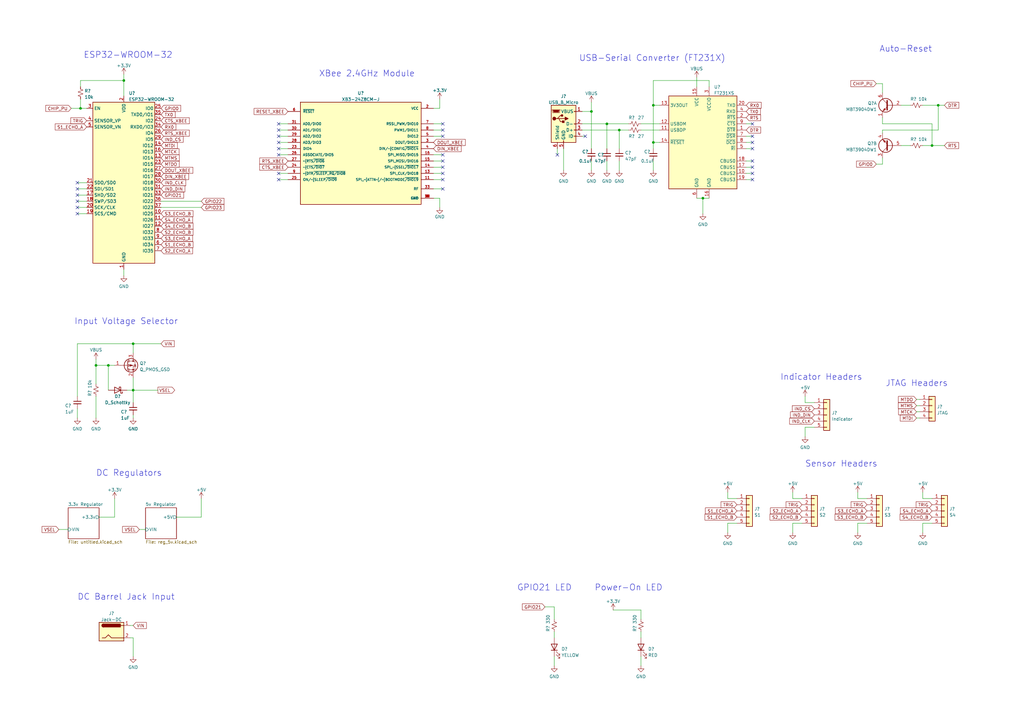
<source format=kicad_sch>
(kicad_sch (version 20211123) (generator eeschema)
  (paper "A3")
  (lib_symbols
    (symbol "Connector:Jack-DC" (pin_names (offset 1.016))
      (property "Reference" "J" (at 0 5.334 0))
      (property "Value" "Jack-DC" (at 0 -5.08 0))
      (symbol "Jack-DC_0_1"
        (rectangle (start -5.08 3.81) (end 5.08 -3.81) (stroke (width 0.254)) (fill (type background)))
        (arc (start -3.302 3.175) (mid -3.937 2.54) (end -3.302 1.905) (stroke (width 0.254)))
        (arc (start -3.302 3.175) (mid -3.937 2.54) (end -3.302 1.905) (stroke (width 0.254)) (fill (type outline)))
        (polyline (pts (xy 5.08 2.54) (xy 3.81 2.54)) (stroke (width 0.254)))
        (polyline (pts (xy -3.81 -2.54) (xy -2.54 -2.54) (xy -1.27 -1.27) (xy 0 -2.54) (xy 2.54 -2.54) (xy 5.08 -2.54)) (stroke (width 0.254)))
        (rectangle (start 3.683 3.175) (end -3.302 1.905) (stroke (width 0.254)) (fill (type outline)))
      )
      (symbol "Jack-DC_1_1"
        (pin passive line (at 7.62 2.54 180) (length 2.54) (name "~") (number "1"))
        (pin passive line (at 7.62 -2.54 180) (length 2.54) (name "~") (number "2"))
      )
    )
    (symbol "Connector:USB_B_Micro" (pin_names (offset 1.016))
      (property "Reference" "J?" (at 0 11.3198 0))
      (property "Value" "USB_B_Micro" (at 0 8.7829 0))
      (symbol "USB_B_Micro_0_1"
        (rectangle (start -5.08 -7.62) (end 5.08 7.62) (stroke (width 0.254)) (fill (type background)))
        (circle (center -3.81 2.159) (radius 0.635) (stroke (width 0.254)) (fill (type outline)))
        (circle (center -0.635 3.429) (radius 0.381) (stroke (width 0.254)) (fill (type outline)))
        (rectangle (start -0.127 -7.62) (end 0.127 -6.858))
        (polyline (pts (xy -1.905 2.159) (xy 0.635 2.159)) (stroke (width 0.254)))
        (polyline (pts (xy -3.175 2.159) (xy -2.54 2.159) (xy -1.27 3.429) (xy -0.635 3.429)) (stroke (width 0.254)))
        (polyline (pts (xy -2.54 2.159) (xy -1.905 2.159) (xy -1.27 0.889) (xy 0 0.889)) (stroke (width 0.254)))
        (polyline (pts (xy 0.635 2.794) (xy 0.635 1.524) (xy 1.905 2.159) (xy 0.635 2.794)) (stroke (width 0.254)) (fill (type outline)))
        (polyline (pts (xy -4.318 5.588) (xy -1.778 5.588) (xy -2.032 4.826) (xy -4.064 4.826) (xy -4.318 5.588)) (fill (type outline)))
        (polyline (pts (xy -4.699 5.842) (xy -4.699 5.588) (xy -4.445 4.826) (xy -4.445 4.572) (xy -1.651 4.572) (xy -1.651 4.826) (xy -1.397 5.588) (xy -1.397 5.842) (xy -4.699 5.842)))
        (rectangle (start 0.254 1.27) (end -0.508 0.508) (stroke (width 0.254)) (fill (type outline)))
        (rectangle (start 5.08 -5.207) (end 4.318 -4.953))
        (rectangle (start 5.08 -2.667) (end 4.318 -2.413))
        (rectangle (start 5.08 -0.127) (end 4.318 0.127))
        (rectangle (start 5.08 4.953) (end 4.318 5.207))
      )
      (symbol "USB_B_Micro_1_1"
        (pin power_out line (at 7.62 5.08 180) (length 2.54) (name "VBUS") (number "1"))
        (pin bidirectional line (at 7.62 0 180) (length 2.54) (name "D-") (number "2"))
        (pin bidirectional line (at 7.62 -2.54 180) (length 2.54) (name "D+") (number "3"))
        (pin passive line (at 7.62 -5.08 180) (length 2.54) (name "ID") (number "4"))
        (pin power_out line (at 0 -10.16 90) (length 2.54) (name "GND") (number "5"))
        (pin passive line (at -2.54 -10.16 90) (length 2.54) (name "Shield") (number "6"))
      )
    )
    (symbol "Connector_Generic:Conn_01x04" (pin_names (offset 1.016) hide)
      (property "Reference" "J" (at 0 5.08 0))
      (property "Value" "Conn_01x04" (at 0 -7.62 0))
      (symbol "Conn_01x04_1_1"
        (rectangle (start -1.27 -4.953) (end 0 -5.207) (stroke (width 0.1524)))
        (rectangle (start -1.27 -2.413) (end 0 -2.667) (stroke (width 0.1524)))
        (rectangle (start -1.27 0.127) (end 0 -0.127) (stroke (width 0.1524)))
        (rectangle (start -1.27 2.667) (end 0 2.413) (stroke (width 0.1524)))
        (rectangle (start -1.27 3.81) (end 1.27 -6.35) (stroke (width 0.254)) (fill (type background)))
        (pin passive line (at -5.08 2.54 0) (length 3.81) (name "Pin_1") (number "1"))
        (pin passive line (at -5.08 0 0) (length 3.81) (name "Pin_2") (number "2"))
        (pin passive line (at -5.08 -2.54 0) (length 3.81) (name "Pin_3") (number "3"))
        (pin passive line (at -5.08 -5.08 0) (length 3.81) (name "Pin_4") (number "4"))
      )
    )
    (symbol "Connector_Generic:Conn_01x05" (pin_names (offset 1.016) hide)
      (property "Reference" "J" (at 0 7.62 0))
      (property "Value" "Conn_01x05" (at 0 -7.62 0))
      (symbol "Conn_01x05_1_1"
        (rectangle (start -1.27 -4.953) (end 0 -5.207) (stroke (width 0.1524)))
        (rectangle (start -1.27 -2.413) (end 0 -2.667) (stroke (width 0.1524)))
        (rectangle (start -1.27 0.127) (end 0 -0.127) (stroke (width 0.1524)))
        (rectangle (start -1.27 2.667) (end 0 2.413) (stroke (width 0.1524)))
        (rectangle (start -1.27 5.207) (end 0 4.953) (stroke (width 0.1524)))
        (rectangle (start -1.27 6.35) (end 1.27 -6.35) (stroke (width 0.254)) (fill (type background)))
        (pin passive line (at -5.08 5.08 0) (length 3.81) (name "Pin_1") (number "1"))
        (pin passive line (at -5.08 2.54 0) (length 3.81) (name "Pin_2") (number "2"))
        (pin passive line (at -5.08 0 0) (length 3.81) (name "Pin_3") (number "3"))
        (pin passive line (at -5.08 -2.54 0) (length 3.81) (name "Pin_4") (number "4"))
        (pin passive line (at -5.08 -5.08 0) (length 3.81) (name "Pin_5") (number "5"))
      )
    )
    (symbol "Device:C_Small" (pin_numbers hide) (pin_names (offset 0.254) hide)
      (property "Reference" "C" (at 0.254 1.778 0))
      (property "Value" "C_Small" (at 0.254 -2.032 0))
      (symbol "C_Small_0_1"
        (polyline (pts (xy -1.524 -0.508) (xy 1.524 -0.508)) (stroke (width 0.3302)))
        (polyline (pts (xy -1.524 0.508) (xy 1.524 0.508)) (stroke (width 0.3048)))
      )
      (symbol "C_Small_1_1"
        (pin passive line (at 0 2.54 270) (length 2.032) (name "~") (number "1"))
        (pin passive line (at 0 -2.54 90) (length 2.032) (name "~") (number "2"))
      )
    )
    (symbol "Device:D_Schottky" (pin_numbers hide) (pin_names (offset 1.016) hide)
      (property "Reference" "D" (at 0 2.54 0))
      (property "Value" "D_Schottky" (at 0 -2.54 0))
      (symbol "D_Schottky_0_1"
        (polyline (pts (xy 1.27 0) (xy -1.27 0)))
        (polyline (pts (xy 1.27 1.27) (xy 1.27 -1.27) (xy -1.27 0) (xy 1.27 1.27)) (stroke (width 0.254)))
        (polyline (pts (xy -1.905 0.635) (xy -1.905 1.27) (xy -1.27 1.27) (xy -1.27 -1.27) (xy -0.635 -1.27) (xy -0.635 -0.635)) (stroke (width 0.254)))
      )
      (symbol "D_Schottky_1_1"
        (pin passive line (at -3.81 0 0) (length 2.54) (name "K") (number "1"))
        (pin passive line (at 3.81 0 180) (length 2.54) (name "A") (number "2"))
      )
    )
    (symbol "Device:LED" (pin_numbers hide) (pin_names (offset 1.016) hide)
      (property "Reference" "D" (at 0 2.54 0))
      (property "Value" "LED" (at 0 -2.54 0))
      (symbol "LED_0_1"
        (polyline (pts (xy -1.27 -1.27) (xy -1.27 1.27)) (stroke (width 0.254)))
        (polyline (pts (xy -1.27 0) (xy 1.27 0)))
        (polyline (pts (xy 1.27 -1.27) (xy 1.27 1.27) (xy -1.27 0) (xy 1.27 -1.27)) (stroke (width 0.254)))
        (polyline (pts (xy -3.048 -0.762) (xy -4.572 -2.286) (xy -3.81 -2.286) (xy -4.572 -2.286) (xy -4.572 -1.524)))
        (polyline (pts (xy -1.778 -0.762) (xy -3.302 -2.286) (xy -2.54 -2.286) (xy -3.302 -2.286) (xy -3.302 -1.524)))
      )
      (symbol "LED_1_1"
        (pin passive line (at -3.81 0 0) (length 2.54) (name "K") (number "1"))
        (pin passive line (at 3.81 0 180) (length 2.54) (name "A") (number "2"))
      )
    )
    (symbol "Device:Q_PMOS_GSD" (pin_names (offset 0) hide)
      (property "Reference" "Q" (at 5.08 1.27 0))
      (property "Value" "Q_PMOS_GSD" (at 5.08 -1.27 0))
      (symbol "Q_PMOS_GSD_0_1"
        (polyline (pts (xy 0.254 0) (xy -2.54 0)))
        (polyline (pts (xy 0.254 1.905) (xy 0.254 -1.905)) (stroke (width 0.254)))
        (polyline (pts (xy 0.762 -1.27) (xy 0.762 -2.286)) (stroke (width 0.254)))
        (polyline (pts (xy 0.762 0.508) (xy 0.762 -0.508)) (stroke (width 0.254)))
        (polyline (pts (xy 0.762 2.286) (xy 0.762 1.27)) (stroke (width 0.254)))
        (polyline (pts (xy 2.54 2.54) (xy 2.54 1.778)))
        (polyline (pts (xy 2.54 -2.54) (xy 2.54 0) (xy 0.762 0)))
        (polyline (pts (xy 0.762 1.778) (xy 3.302 1.778) (xy 3.302 -1.778) (xy 0.762 -1.778)))
        (polyline (pts (xy 2.286 0) (xy 1.27 0.381) (xy 1.27 -0.381) (xy 2.286 0)) (fill (type outline)))
        (polyline (pts (xy 2.794 -0.508) (xy 2.921 -0.381) (xy 3.683 -0.381) (xy 3.81 -0.254)))
        (polyline (pts (xy 3.302 -0.381) (xy 2.921 0.254) (xy 3.683 0.254) (xy 3.302 -0.381)))
        (circle (center 1.651 0) (radius 2.794) (stroke (width 0.254)))
        (circle (center 2.54 -1.778) (radius 0.254) (fill (type outline)))
        (circle (center 2.54 1.778) (radius 0.254) (fill (type outline)))
      )
      (symbol "Q_PMOS_GSD_1_1"
        (pin input line (at -5.08 0 0) (length 2.54) (name "G") (number "1"))
        (pin passive line (at 2.54 -5.08 90) (length 2.54) (name "S") (number "2"))
        (pin passive line (at 2.54 5.08 270) (length 2.54) (name "D") (number "3"))
      )
    )
    (symbol "Device:R_Small_US" (pin_numbers hide) (pin_names (offset 0.254) hide)
      (property "Reference" "R" (at 0.762 0.508 0))
      (property "Value" "R_Small_US" (at 0.762 -1.016 0))
      (symbol "R_Small_US_1_1"
        (polyline (pts (xy 0 0) (xy 1.016 -0.381) (xy 0 -0.762) (xy -1.016 -1.143) (xy 0 -1.524)))
        (polyline (pts (xy 0 1.524) (xy 1.016 1.143) (xy 0 0.762) (xy -1.016 0.381) (xy 0 0)))
        (pin passive line (at 0 2.54 270) (length 1.016) (name "~") (number "1"))
        (pin passive line (at 0 -2.54 90) (length 1.016) (name "~") (number "2"))
      )
    )
    (symbol "Interface_USB:FT231XS"
      (property "Reference" "U" (at -13.97 20.32 0))
      (property "Value" "FT231XS" (at 7.62 20.32 0))
      (symbol "FT231XS_0_1"
        (rectangle (start -13.97 19.05) (end 13.97 -19.05) (stroke (width 0.254)) (fill (type background)))
      )
      (symbol "FT231XS_1_1"
        (pin output line (at 17.78 5.08 180) (length 3.81) (name "~{DTR}") (number "1"))
        (pin bidirectional line (at 17.78 -12.7 180) (length 3.81) (name "CBUS2") (number "10"))
        (pin bidirectional line (at -17.78 5.08 0) (length 3.81) (name "USBDP") (number "11"))
        (pin bidirectional line (at -17.78 7.62 0) (length 3.81) (name "USBDM") (number "12"))
        (pin power_out line (at -17.78 15.24 0) (length 3.81) (name "3V3OUT") (number "13"))
        (pin input line (at -17.78 0 0) (length 3.81) (name "~{RESET}") (number "14"))
        (pin power_in line (at -2.54 22.86 270) (length 3.81) (name "VCC") (number "15"))
        (pin power_in line (at 2.54 -22.86 90) (length 3.81) (name "GND") (number "16"))
        (pin bidirectional line (at 17.78 -10.16 180) (length 3.81) (name "CBUS1") (number "17"))
        (pin bidirectional line (at 17.78 -7.62 180) (length 3.81) (name "CBUS0") (number "18"))
        (pin bidirectional line (at 17.78 -15.24 180) (length 3.81) (name "CBUS3") (number "19"))
        (pin output line (at 17.78 10.16 180) (length 3.81) (name "~{RTS}") (number "2"))
        (pin output line (at 17.78 15.24 180) (length 3.81) (name "TXD") (number "20"))
        (pin power_in line (at 2.54 22.86 270) (length 3.81) (name "VCCIO") (number "3"))
        (pin input line (at 17.78 12.7 180) (length 3.81) (name "RXD") (number "4"))
        (pin input line (at 17.78 -2.54 180) (length 3.81) (name "~{RI}") (number "5"))
        (pin power_in line (at -2.54 -22.86 90) (length 3.81) (name "GND") (number "6"))
        (pin input line (at 17.78 2.54 180) (length 3.81) (name "~{DSR}") (number "7"))
        (pin input line (at 17.78 0 180) (length 3.81) (name "~{DCD}") (number "8"))
        (pin input line (at 17.78 7.62 180) (length 3.81) (name "~{CTS}") (number "9"))
      )
    )
    (symbol "RF_Module:ESP32-WROOM-32"
      (property "Reference" "U" (at -12.7 34.29 0))
      (property "Value" "ESP32-WROOM-32" (at 1.27 34.29 0))
      (symbol "ESP32-WROOM-32_0_1"
        (rectangle (start -12.7 33.02) (end 12.7 -33.02) (stroke (width 0.254)) (fill (type background)))
      )
      (symbol "ESP32-WROOM-32_1_1"
        (pin power_in line (at 0 -35.56 90) (length 2.54) (name "GND") (number "1"))
        (pin bidirectional line (at 15.24 -12.7 180) (length 2.54) (name "IO25") (number "10"))
        (pin bidirectional line (at 15.24 -15.24 180) (length 2.54) (name "IO26") (number "11"))
        (pin bidirectional line (at 15.24 -17.78 180) (length 2.54) (name "IO27") (number "12"))
        (pin bidirectional line (at 15.24 10.16 180) (length 2.54) (name "IO14") (number "13"))
        (pin bidirectional line (at 15.24 15.24 180) (length 2.54) (name "IO12") (number "14"))
        (pin passive line (at 0 -35.56 90) (length 2.54) hide (name "GND") (number "15"))
        (pin bidirectional line (at 15.24 12.7 180) (length 2.54) (name "IO13") (number "16"))
        (pin bidirectional line (at -15.24 -5.08 0) (length 2.54) (name "SHD/SD2") (number "17"))
        (pin bidirectional line (at -15.24 -7.62 0) (length 2.54) (name "SWP/SD3") (number "18"))
        (pin bidirectional line (at -15.24 -12.7 0) (length 2.54) (name "SCS/CMD") (number "19"))
        (pin power_in line (at 0 35.56 270) (length 2.54) (name "VDD") (number "2"))
        (pin bidirectional line (at -15.24 -10.16 0) (length 2.54) (name "SCK/CLK") (number "20"))
        (pin bidirectional line (at -15.24 0 0) (length 2.54) (name "SDO/SD0") (number "21"))
        (pin bidirectional line (at -15.24 -2.54 0) (length 2.54) (name "SDI/SD1") (number "22"))
        (pin bidirectional line (at 15.24 7.62 180) (length 2.54) (name "IO15") (number "23"))
        (pin bidirectional line (at 15.24 25.4 180) (length 2.54) (name "IO2") (number "24"))
        (pin bidirectional line (at 15.24 30.48 180) (length 2.54) (name "IO0") (number "25"))
        (pin bidirectional line (at 15.24 20.32 180) (length 2.54) (name "IO4") (number "26"))
        (pin bidirectional line (at 15.24 5.08 180) (length 2.54) (name "IO16") (number "27"))
        (pin bidirectional line (at 15.24 2.54 180) (length 2.54) (name "IO17") (number "28"))
        (pin bidirectional line (at 15.24 17.78 180) (length 2.54) (name "IO5") (number "29"))
        (pin input line (at -15.24 30.48 0) (length 2.54) (name "EN") (number "3"))
        (pin bidirectional line (at 15.24 0 180) (length 2.54) (name "IO18") (number "30"))
        (pin bidirectional line (at 15.24 -2.54 180) (length 2.54) (name "IO19") (number "31"))
        (pin no_connect line (at -12.7 -27.94 0) (length 2.54) hide (name "NC") (number "32"))
        (pin bidirectional line (at 15.24 -5.08 180) (length 2.54) (name "IO21") (number "33"))
        (pin bidirectional line (at 15.24 22.86 180) (length 2.54) (name "RXD0/IO3") (number "34"))
        (pin bidirectional line (at 15.24 27.94 180) (length 2.54) (name "TXD0/IO1") (number "35"))
        (pin bidirectional line (at 15.24 -7.62 180) (length 2.54) (name "IO22") (number "36"))
        (pin bidirectional line (at 15.24 -10.16 180) (length 2.54) (name "IO23") (number "37"))
        (pin passive line (at 0 -35.56 90) (length 2.54) hide (name "GND") (number "38"))
        (pin passive line (at 0 -35.56 90) (length 2.54) hide (name "GND") (number "39"))
        (pin input line (at -15.24 25.4 0) (length 2.54) (name "SENSOR_VP") (number "4"))
        (pin input line (at -15.24 22.86 0) (length 2.54) (name "SENSOR_VN") (number "5"))
        (pin input line (at 15.24 -25.4 180) (length 2.54) (name "IO34") (number "6"))
        (pin input line (at 15.24 -27.94 180) (length 2.54) (name "IO35") (number "7"))
        (pin bidirectional line (at 15.24 -20.32 180) (length 2.54) (name "IO32") (number "8"))
        (pin bidirectional line (at 15.24 -22.86 180) (length 2.54) (name "IO33") (number "9"))
      )
    )
    (symbol "Transistor_BJT:MBT3904DW1" (pin_names (offset 0) hide)
      (property "Reference" "Q" (at 5.08 1.27 0))
      (property "Value" "MBT3904DW1" (at 5.08 -1.27 0))
      (symbol "MBT3904DW1_0_1"
        (polyline (pts (xy 0.635 0) (xy -2.54 0)))
        (polyline (pts (xy 0.635 0.635) (xy 2.54 2.54)))
        (polyline (pts (xy 0.635 -0.635) (xy 2.54 -2.54) (xy 2.54 -2.54)))
        (polyline (pts (xy 0.635 1.905) (xy 0.635 -1.905) (xy 0.635 -1.905)) (stroke (width 0.508)))
        (polyline (pts (xy 1.27 -1.778) (xy 1.778 -1.27) (xy 2.286 -2.286) (xy 1.27 -1.778) (xy 1.27 -1.778)) (fill (type outline)))
        (circle (center 1.27 0) (radius 2.8194) (stroke (width 0.254)))
      )
      (symbol "MBT3904DW1_1_1"
        (pin passive line (at 2.54 -5.08 90) (length 2.54) (name "E1") (number "1"))
        (pin input line (at -5.08 0 0) (length 2.54) (name "B1") (number "2"))
        (pin passive line (at 2.54 5.08 270) (length 2.54) (name "C1") (number "6"))
      )
      (symbol "MBT3904DW1_2_1"
        (pin passive line (at 2.54 5.08 270) (length 2.54) (name "C2") (number "3"))
        (pin passive line (at 2.54 -5.08 90) (length 2.54) (name "E2") (number "4"))
        (pin input line (at -5.08 0 0) (length 2.54) (name "B2") (number "5"))
      )
    )
    (symbol "XBee:XB3-24Z8CM-J" (pin_names (offset 1.016))
      (property "Reference" "U" (at -22.86 26.035 0))
      (property "Value" "XB3-24Z8CM-J" (at 0 -27.94 0))
      (symbol "XB3-24Z8CM-J_0_0"
        (rectangle (start -16.51 21.59) (end 33.02 -20.32) (stroke (width 0.254)) (fill (type background)))
        (pin power_in line (at 38.1 -17.78 180) (length 5.08) (name "GND") (number "1"))
        (pin power_in line (at 38.1 -17.78 180) (length 5.08) (name "GND") (number "10"))
        (pin bidirectional line (at 38.1 -10.16 180) (length 5.08) (name "SPI_~{ATTN~{/~{BOOTMODE~{/DIO19}") (number "11"))
        (pin power_in line (at 38.1 -17.78 180) (length 5.08) (name "GND") (number "12"))
        (pin bidirectional line (at 38.1 -7.62 180) (length 5.08) (name "SPI_CLK/DIO18") (number "13"))
        (pin bidirectional line (at 38.1 -5.08 180) (length 5.08) (name "SPI_~{SSEL~{/DIO17}") (number "14"))
        (pin bidirectional line (at 38.1 -2.54 180) (length 5.08) (name "SPI_MOSI/DIO16") (number "15"))
        (pin bidirectional line (at 38.1 0 180) (length 5.08) (name "SPI_MISO/DIO15") (number "16"))
        (pin power_in line (at 38.1 19.05 180) (length 5.08) (name "VCC") (number "2"))
        (pin power_in line (at 38.1 -17.78 180) (length 5.08) (name "GND") (number "21"))
        (pin bidirectional line (at -21.59 2.54 0) (length 5.08) (name "DIO4") (number "23"))
        (pin bidirectional line (at -21.59 -5.08 0) (length 5.08) (name "~{CTS~{/DIO7}") (number "24"))
        (pin bidirectional line (at -21.59 -10.16 0) (length 5.08) (name "ON/~{SLEEP~{/DIO9}") (number "25"))
        (pin bidirectional line (at -21.59 0 0) (length 5.08) (name "ASSOCIATE/DIO5") (number "26"))
        (pin bidirectional line (at -21.59 -2.54 0) (length 5.08) (name "~{RTS~{/DIO6}") (number "27"))
        (pin bidirectional line (at -21.59 5.08 0) (length 5.08) (name "AD3/DIO3") (number "28"))
        (pin bidirectional line (at -21.59 7.62 0) (length 5.08) (name "AD2/DIO2") (number "29"))
        (pin bidirectional line (at 38.1 5.08 180) (length 5.08) (name "DOUT/DIO13") (number "3"))
        (pin bidirectional line (at -21.59 10.16 0) (length 5.08) (name "AD1/DIO1") (number "30"))
        (pin bidirectional line (at -21.59 12.7 0) (length 5.08) (name "AD0/DIO0") (number "31"))
        (pin power_in line (at 38.1 -17.78 180) (length 5.08) (name "GND") (number "32"))
        (pin bidirectional line (at 38.1 -13.97 180) (length 5.08) (name "RF") (number "33"))
        (pin power_in line (at 38.1 -17.78 180) (length 5.08) (name "GND") (number "34"))
        (pin bidirectional line (at 38.1 2.54 180) (length 5.08) (name "DIN/~{CONFIG~{/DIO14}") (number "4"))
        (pin bidirectional line (at 38.1 7.62 180) (length 5.08) (name "DIO12") (number "5"))
        (pin input line (at -21.59 17.78 0) (length 5.08) (name "~{RESET}") (number "6"))
        (pin bidirectional line (at 38.1 12.7 180) (length 5.08) (name "RSSI_PWM/DIO10") (number "7"))
        (pin bidirectional line (at 38.1 10.16 180) (length 5.08) (name "PWM1/DIO11") (number "8"))
        (pin bidirectional line (at -21.59 -7.62 0) (length 5.08) (name "~{DTR~{/SLEEP_RQ/DIO8}") (number "9"))
      )
    )
    (symbol "power:+3.3V" (power) (pin_names (offset 0))
      (property "Value" "+3.3V" (at 0 3.556 0))
      (symbol "+3.3V_0_1"
        (polyline (pts (xy -0.762 1.27) (xy 0 2.54)))
        (polyline (pts (xy 0 0) (xy 0 2.54)))
        (polyline (pts (xy 0 2.54) (xy 0.762 1.27)))
      )
      (symbol "+3.3V_1_1"
        (pin power_in line (at 0 0 90) (length 0) hide (name "+3.3V") (number "1"))
      )
    )
    (symbol "power:+5V" (power) (pin_names (offset 0))
      (property "Value" "+5V" (at 0 3.556 0))
      (symbol "+5V_0_1"
        (polyline (pts (xy -0.762 1.27) (xy 0 2.54)))
        (polyline (pts (xy 0 0) (xy 0 2.54)))
        (polyline (pts (xy 0 2.54) (xy 0.762 1.27)))
      )
      (symbol "+5V_1_1"
        (pin power_in line (at 0 0 90) (length 0) hide (name "+5V") (number "1"))
      )
    )
    (symbol "power:GND" (power) (pin_names (offset 0))
      (property "Value" "GND" (at 0 -3.81 0))
      (symbol "GND_0_1"
        (polyline (pts (xy 0 0) (xy 0 -1.27) (xy 1.27 -1.27) (xy 0 -2.54) (xy -1.27 -1.27) (xy 0 -1.27)))
      )
      (symbol "GND_1_1"
        (pin power_in line (at 0 0 270) (length 0) hide (name "GND") (number "1"))
      )
    )
    (symbol "power:VBUS" (power) (pin_names (offset 0))
      (property "Value" "VBUS" (at 0 3.81 0))
      (symbol "VBUS_0_1"
        (polyline (pts (xy -0.762 1.27) (xy 0 2.54)))
        (polyline (pts (xy 0 0) (xy 0 2.54)))
        (polyline (pts (xy 0 2.54) (xy 0.762 1.27)))
      )
      (symbol "VBUS_1_1"
        (pin power_in line (at 0 0 90) (length 0) hide (name "VBUS") (number "1"))
      )
    )
  )
  (junction (at 254 53.34))
  (junction (at 44.45 149.86))
  (junction (at 384.81 43.18))
  (junction (at 382.27 59.69))
  (junction (at 39.37 149.86))
  (junction (at 248.92 50.8))
  (junction (at 54.61 140.97))
  (junction (at 267.97 58.42))
  (junction (at 267.97 43.18))
  (junction (at 54.61 160.02))
  (junction (at 242.57 45.72))
  (junction (at 50.8 33.02))
  (junction (at 288.29 81.28))
  (junction (at 33.02 44.45))
  (no_connect (at 31.75 85.09))
  (no_connect (at 308.61 73.66))
  (no_connect (at 228.6 63.5))
  (no_connect (at 308.61 55.88))
  (no_connect (at 308.61 58.42))
  (no_connect (at 181.5949 71.12))
  (no_connect (at 31.75 82.55))
  (no_connect (at 114.3 60.96))
  (no_connect (at 308.61 68.58))
  (no_connect (at 308.61 50.8))
  (no_connect (at 181.61 53.34))
  (no_connect (at 114.3 63.5))
  (no_connect (at 114.3 53.34))
  (no_connect (at 308.61 66.04))
  (no_connect (at 114.3 55.88))
  (no_connect (at 240.03 55.88))
  (no_connect (at 181.61 50.8))
  (no_connect (at 181.61 66.04))
  (no_connect (at 308.61 71.12))
  (no_connect (at 114.3 50.8))
  (no_connect (at 31.75 74.93))
  (no_connect (at 31.75 87.63))
  (no_connect (at 31.75 77.47))
  (no_connect (at 181.61 63.5))
  (no_connect (at 181.5949 73.66))
  (no_connect (at 181.61 55.88))
  (no_connect (at 181.61 68.58))
  (no_connect (at 114.3 58.42))
  (no_connect (at 114.3 71.12))
  (no_connect (at 308.61 60.96))
  (no_connect (at 181.61 77.47))
  (no_connect (at 31.75 80.01))
  (no_connect (at 114.3 73.66))
  (wire (pts (xy 382.27 59.69) (xy 387.35 59.69)))
  (wire (pts (xy 306.07 60.96) (xy 308.61 60.96)))
  (wire (pts (xy 180.34 81.28) (xy 180.34 85.09)))
  (wire (pts (xy 238.76 50.8) (xy 248.92 50.8)))
  (wire (pts (xy 378.46 43.18) (xy 384.81 43.18)))
  (wire (pts (xy 29.21 44.45) (xy 33.02 44.45)))
  (wire (pts (xy 306.07 68.58) (xy 308.61 68.58)))
  (wire (pts (xy 228.6 60.96) (xy 228.6 63.5)))
  (wire (pts (xy 227.33 259.08) (xy 227.33 261.62)))
  (wire (pts (xy 52.07 160.02) (xy 54.61 160.02)))
  (wire (pts (xy 306.07 50.8) (xy 308.61 50.8)))
  (wire (pts (xy 288.29 81.28) (xy 290.83 81.28)))
  (wire (pts (xy 177.8 68.58) (xy 181.61 68.58)))
  (wire (pts (xy 231.14 60.96) (xy 231.14 69.85)))
  (wire (pts (xy 114.3 60.96) (xy 118.11 60.96)))
  (wire (pts (xy 325.12 204.47) (xy 325.12 201.93)))
  (wire (pts (xy 355.6 204.47) (xy 351.79 204.47)))
  (wire (pts (xy 377.19 166.37) (xy 375.92 166.37)))
  (wire (pts (xy 114.3 50.8) (xy 118.11 50.8)))
  (wire (pts (xy 330.2 175.26) (xy 330.2 179.07)))
  (wire (pts (xy 242.57 45.72) (xy 242.57 60.96)))
  (wire (pts (xy 267.97 58.42) (xy 267.97 43.18)))
  (wire (pts (xy 382.27 214.63) (xy 378.46 214.63)))
  (wire (pts (xy 114.3 58.42) (xy 118.11 58.42)))
  (wire (pts (xy 251.46 250.19) (xy 262.89 250.19)))
  (wire (pts (xy 359.41 34.29) (xy 361.95 34.29)))
  (wire (pts (xy 181.61 53.34) (xy 177.8 53.34)))
  (wire (pts (xy 82.55 85.09) (xy 66.04 85.09)))
  (wire (pts (xy 114.3 55.88) (xy 118.11 55.88)))
  (wire (pts (xy 359.41 67.31) (xy 361.95 67.31)))
  (wire (pts (xy 39.37 162.56) (xy 39.37 171.45)))
  (wire (pts (xy 242.57 45.72) (xy 238.76 45.72)))
  (wire (pts (xy 31.75 85.09) (xy 35.56 85.09)))
  (wire (pts (xy 31.75 77.47) (xy 35.56 77.47)))
  (wire (pts (xy 302.26 204.47) (xy 298.45 204.47)))
  (wire (pts (xy 378.46 204.47) (xy 378.46 201.93)))
  (wire (pts (xy 177.8 81.28) (xy 180.34 81.28)))
  (wire (pts (xy 298.45 214.63) (xy 298.45 218.44)))
  (wire (pts (xy 181.61 55.88) (xy 177.8 55.88)))
  (wire (pts (xy 242.57 41.91) (xy 242.57 45.72)))
  (wire (pts (xy 180.34 44.45) (xy 180.34 40.64)))
  (wire (pts (xy 290.83 35.56) (xy 290.83 33.02)))
  (wire (pts (xy 54.61 140.97) (xy 54.61 144.78)))
  (wire (pts (xy 54.61 261.62) (xy 54.61 269.24)))
  (wire (pts (xy 54.61 154.94) (xy 54.61 160.02)))
  (wire (pts (xy 334.01 165.1) (xy 330.2 165.1)))
  (wire (pts (xy 31.75 87.63) (xy 35.56 87.63)))
  (wire (pts (xy 242.57 66.04) (xy 242.57 69.85)))
  (wire (pts (xy 355.6 214.63) (xy 351.79 214.63)))
  (wire (pts (xy 114.3 63.5) (xy 118.11 63.5)))
  (wire (pts (xy 177.8 77.47) (xy 181.61 77.47)))
  (wire (pts (xy 351.79 204.47) (xy 351.79 201.93)))
  (wire (pts (xy 82.55 82.55) (xy 66.04 82.55)))
  (wire (pts (xy 31.75 162.56) (xy 31.75 140.97)))
  (wire (pts (xy 254 53.34) (xy 254 60.96)))
  (wire (pts (xy 285.75 81.28) (xy 288.29 81.28)))
  (wire (pts (xy 361.95 67.31) (xy 361.95 64.77)))
  (wire (pts (xy 351.79 214.63) (xy 351.79 218.44)))
  (wire (pts (xy 254 66.04) (xy 254 69.85)))
  (wire (pts (xy 114.3 71.12) (xy 118.11 71.12)))
  (wire (pts (xy 306.07 55.88) (xy 308.61 55.88)))
  (wire (pts (xy 181.61 63.5) (xy 177.8 63.5)))
  (wire (pts (xy 267.97 58.42) (xy 267.97 60.96)))
  (wire (pts (xy 33.02 35.56) (xy 33.02 33.02)))
  (wire (pts (xy 267.97 33.02) (xy 290.83 33.02)))
  (wire (pts (xy 361.95 50.8) (xy 382.27 50.8)))
  (wire (pts (xy 378.46 59.69) (xy 382.27 59.69)))
  (wire (pts (xy 50.8 110.49) (xy 50.8 113.03)))
  (wire (pts (xy 262.89 250.19) (xy 262.89 254)))
  (wire (pts (xy 33.02 33.02) (xy 50.8 33.02)))
  (wire (pts (xy 361.95 48.26) (xy 361.95 50.8)))
  (wire (pts (xy 181.61 66.04) (xy 177.8 66.04)))
  (wire (pts (xy 39.37 149.86) (xy 44.45 149.86)))
  (wire (pts (xy 46.99 204.47) (xy 46.99 212.09)))
  (wire (pts (xy 262.89 259.08) (xy 262.89 261.62)))
  (wire (pts (xy 82.55 204.47) (xy 82.55 212.09)))
  (wire (pts (xy 50.8 33.02) (xy 50.8 39.37)))
  (wire (pts (xy 248.92 50.8) (xy 248.92 60.96)))
  (wire (pts (xy 382.27 50.8) (xy 382.27 59.69)))
  (wire (pts (xy 377.19 163.83) (xy 375.92 163.83)))
  (wire (pts (xy 57.15 217.17) (xy 59.69 217.17)))
  (wire (pts (xy 181.61 50.8) (xy 177.8 50.8)))
  (wire (pts (xy 254 53.34) (xy 257.81 53.34)))
  (wire (pts (xy 181.5949 73.66) (xy 177.8 73.66)))
  (wire (pts (xy 238.76 55.88) (xy 240.03 55.88)))
  (wire (pts (xy 334.01 175.26) (xy 330.2 175.26)))
  (wire (pts (xy 82.55 212.09) (xy 72.39 212.09)))
  (wire (pts (xy 262.89 53.34) (xy 270.51 53.34)))
  (wire (pts (xy 377.19 168.91) (xy 375.92 168.91)))
  (wire (pts (xy 50.8 30.48) (xy 50.8 33.02)))
  (wire (pts (xy 306.07 58.42) (xy 308.61 58.42)))
  (wire (pts (xy 382.27 204.47) (xy 378.46 204.47)))
  (wire (pts (xy 238.76 53.34) (xy 254 53.34)))
  (wire (pts (xy 267.97 66.04) (xy 267.97 69.85)))
  (wire (pts (xy 31.75 82.55) (xy 35.56 82.55)))
  (wire (pts (xy 39.37 147.32) (xy 39.37 149.86)))
  (wire (pts (xy 267.97 43.18) (xy 270.51 43.18)))
  (wire (pts (xy 31.75 167.64) (xy 31.75 171.45)))
  (wire (pts (xy 33.02 40.64) (xy 33.02 44.45)))
  (wire (pts (xy 248.92 50.8) (xy 257.81 50.8)))
  (wire (pts (xy 378.46 214.63) (xy 378.46 218.44)))
  (wire (pts (xy 53.34 261.62) (xy 54.61 261.62)))
  (wire (pts (xy 361.95 34.29) (xy 361.95 38.1)))
  (wire (pts (xy 181.5949 71.12) (xy 177.8 71.12)))
  (wire (pts (xy 44.45 149.86) (xy 46.99 149.86)))
  (wire (pts (xy 361.95 54.61) (xy 361.95 53.34)))
  (wire (pts (xy 285.75 31.75) (xy 285.75 35.56)))
  (wire (pts (xy 267.97 43.18) (xy 267.97 33.02)))
  (wire (pts (xy 44.45 149.86) (xy 44.45 160.02)))
  (wire (pts (xy 114.3 53.34) (xy 118.11 53.34)))
  (wire (pts (xy 248.92 66.04) (xy 248.92 69.85)))
  (wire (pts (xy 288.29 81.28) (xy 288.29 87.63)))
  (wire (pts (xy 223.52 248.92) (xy 227.33 248.92)))
  (wire (pts (xy 306.07 66.04) (xy 308.61 66.04)))
  (wire (pts (xy 369.57 43.18) (xy 373.38 43.18)))
  (wire (pts (xy 54.61 160.02) (xy 64.77 160.02)))
  (wire (pts (xy 298.45 204.47) (xy 298.45 201.93)))
  (wire (pts (xy 114.3 73.66) (xy 118.11 73.66)))
  (wire (pts (xy 177.8 44.45) (xy 180.34 44.45)))
  (wire (pts (xy 31.75 74.93) (xy 35.56 74.93)))
  (wire (pts (xy 330.2 165.1) (xy 330.2 162.56)))
  (wire (pts (xy 328.93 204.47) (xy 325.12 204.47)))
  (wire (pts (xy 270.51 58.42) (xy 267.97 58.42)))
  (wire (pts (xy 384.81 43.18) (xy 387.35 43.18)))
  (wire (pts (xy 377.19 171.45) (xy 375.92 171.45)))
  (wire (pts (xy 31.75 140.97) (xy 54.61 140.97)))
  (wire (pts (xy 227.33 248.92) (xy 227.33 254)))
  (wire (pts (xy 33.02 44.45) (xy 35.56 44.45)))
  (wire (pts (xy 39.37 149.86) (xy 39.37 157.48)))
  (wire (pts (xy 262.89 50.8) (xy 270.51 50.8)))
  (wire (pts (xy 54.61 140.97) (xy 66.04 140.97)))
  (wire (pts (xy 306.07 71.12) (xy 308.61 71.12)))
  (wire (pts (xy 302.26 214.63) (xy 298.45 214.63)))
  (wire (pts (xy 262.89 269.24) (xy 262.89 273.05)))
  (wire (pts (xy 325.12 214.63) (xy 325.12 218.44)))
  (wire (pts (xy 54.61 160.02) (xy 54.61 165.1)))
  (wire (pts (xy 53.34 256.54) (xy 54.61 256.54)))
  (wire (pts (xy 361.95 53.34) (xy 384.81 53.34)))
  (wire (pts (xy 227.33 269.24) (xy 227.33 273.05)))
  (wire (pts (xy 24.13 217.17) (xy 27.94 217.17)))
  (wire (pts (xy 46.99 212.09) (xy 40.64 212.09)))
  (wire (pts (xy 369.57 59.69) (xy 373.38 59.69)))
  (wire (pts (xy 54.61 170.18) (xy 54.61 171.45)))
  (wire (pts (xy 31.75 80.01) (xy 35.56 80.01)))
  (wire (pts (xy 306.07 73.66) (xy 308.61 73.66)))
  (wire (pts (xy 328.93 214.63) (xy 325.12 214.63)))
  (wire (pts (xy 384.81 53.34) (xy 384.81 43.18)))
  (text "DC Barrel Jack Input" (at 31.75 246.38 0) (effects (font (size 2.5 2.5)) (justify left bottom)))
  (text "Power-On LED" (at 243.84 242.57 0) (effects (font (size 2.5 2.5)) (justify left bottom)))
  (text "Input Voltage Selector" (at 30.48 133.35 0) (effects (font (size 2.5 2.5)) (justify left bottom)))
  (text "JTAG Headers" (at 363.22 158.75 0) (effects (font (size 2.5 2.5)) (justify left bottom)))
  (text "Sensor Headers" (at 330.2 191.77 0) (effects (font (size 2.5 2.5)) (justify left bottom)))
  (text "XBee 2.4GHz Module" (at 130.81 31.75 0) (effects (font (size 2.5 2.5)) (justify left bottom)))
  (text "Auto-Reset" (at 360.68 21.59 0) (effects (font (size 2.5 2.5)) (justify left bottom)))
  (text "GPIO21 LED" (at 212.09 242.57 0) (effects (font (size 2.5 2.5)) (justify left bottom)))
  (text "USB-Serial Converter (FT231X)" (at 237.49 25.4 0) (effects (font (size 2.5 2.5)) (justify left bottom)))
  (text "Indicator Headers\n" (at 320.04 156.21 0) (effects (font (size 2.5 2.5)) (justify left bottom)))
  (text "DC Regulators" (at 39.37 195.58 0) (effects (font (size 2.5 2.5)) (justify left bottom)))
  (text "ESP32-WROOM-32" (at 34.29 24.13 0) (effects (font (size 2.5 2.5)) (justify left bottom)))
  (global_label "S2_ECHO_B" (shape input) (at 328.93 212.09 180) (property "Intersheet References" "${INTERSHEET_REFS}" (effects hide)))
  (global_label "MTMS" (shape input) (at 66.04 64.77 0) (property "Intersheet References" "${INTERSHEET_REFS}" (effects hide)))
  (global_label "IND_CLK" (shape input) (at 334.01 172.72 180) (property "Intersheet References" "${INTERSHEET_REFS}" (effects hide)))
  (global_label "VIN" (shape input) (at 54.61 256.54 0) (property "Intersheet References" "${INTERSHEET_REFS}" (effects hide)))
  (global_label "RX0" (shape input) (at 66.04 52.07 0) (property "Intersheet References" "${INTERSHEET_REFS}" (effects hide)))
  (global_label "IND_CS" (shape input) (at 66.04 57.15 0) (property "Intersheet References" "${INTERSHEET_REFS}" (effects hide)))
  (global_label "TRIG" (shape input) (at 382.27 207.01 180) (property "Intersheet References" "${INTERSHEET_REFS}" (effects hide)))
  (global_label "IND_CS" (shape input) (at 334.01 167.64 180) (property "Intersheet References" "${INTERSHEET_REFS}" (effects hide)))
  (global_label "GPIO0" (shape input) (at 66.04 44.45 0) (property "Intersheet References" "${INTERSHEET_REFS}" (effects hide)))
  (global_label "CTS_XBEE" (shape input) (at 66.04 49.53 0) (property "Intersheet References" "${INTERSHEET_REFS}" (effects hide)))
  (global_label "S4_ECHO_A" (shape input) (at 382.27 209.55 180) (property "Intersheet References" "${INTERSHEET_REFS}" (effects hide)))
  (global_label "IND_CLK" (shape input) (at 66.04 74.93 0) (property "Intersheet References" "${INTERSHEET_REFS}" (effects hide)))
  (global_label "MTDI" (shape input) (at 375.92 171.45 180) (property "Intersheet References" "${INTERSHEET_REFS}" (effects hide)))
  (global_label "IND_DIN" (shape input) (at 66.04 77.47 0) (property "Intersheet References" "${INTERSHEET_REFS}" (effects hide)))
  (global_label "VSEL" (shape input) (at 57.15 217.17 180) (property "Intersheet References" "${INTERSHEET_REFS}" (effects hide)))
  (global_label "S3_ECHO_A" (shape input) (at 355.6 209.55 180) (property "Intersheet References" "${INTERSHEET_REFS}" (effects hide)))
  (global_label "RTS" (shape input) (at 306.07 48.26 0) (property "Intersheet References" "${INTERSHEET_REFS}" (effects hide)))
  (global_label "TRIG" (shape input) (at 328.93 207.01 180) (property "Intersheet References" "${INTERSHEET_REFS}" (effects hide)))
  (global_label "S3_ECHO_A" (shape input) (at 66.04 97.79 0) (property "Intersheet References" "${INTERSHEET_REFS}" (effects hide)))
  (global_label "S1_ECHO_A" (shape input) (at 302.26 209.55 180) (property "Intersheet References" "${INTERSHEET_REFS}" (effects hide)))
  (global_label "S3_ECHO_B" (shape input) (at 355.6 212.09 180) (property "Intersheet References" "${INTERSHEET_REFS}" (effects hide)))
  (global_label "S1_ECHO_A" (shape input) (at 35.56 52.07 180) (property "Intersheet References" "${INTERSHEET_REFS}" (effects hide)))
  (global_label "GPIO21" (shape input) (at 223.52 248.92 180) (property "Intersheet References" "${INTERSHEET_REFS}" (effects hide)))
  (global_label "TX0" (shape input) (at 306.07 45.72 0) (property "Intersheet References" "${INTERSHEET_REFS}" (effects hide)))
  (global_label "CTS_XBEE" (shape input) (at 118.11 68.58 180) (property "Intersheet References" "${INTERSHEET_REFS}" (effects hide)))
  (global_label "DTR" (shape input) (at 306.07 53.34 0) (property "Intersheet References" "${INTERSHEET_REFS}" (effects hide)))
  (global_label "MTDO" (shape input) (at 375.92 163.83 180) (property "Intersheet References" "${INTERSHEET_REFS}" (effects hide)))
  (global_label "GPIO21" (shape input) (at 66.04 80.01 0) (property "Intersheet References" "${INTERSHEET_REFS}" (effects hide)))
  (global_label "CHIP_PU" (shape input) (at 29.21 44.45 180) (property "Intersheet References" "${INTERSHEET_REFS}" (effects hide)))
  (global_label "S1_ECHO_B" (shape input) (at 66.04 100.33 0) (property "Intersheet References" "${INTERSHEET_REFS}" (effects hide)))
  (global_label "RESET_XBEE" (shape input) (at 118.11 45.72 180) (property "Intersheet References" "${INTERSHEET_REFS}" (effects hide)))
  (global_label "MTMS" (shape input) (at 375.92 166.37 180) (property "Intersheet References" "${INTERSHEET_REFS}" (effects hide)))
  (global_label "DOUT_XBEE" (shape input) (at 177.8 58.42 0) (property "Intersheet References" "${INTERSHEET_REFS}" (effects hide)))
  (global_label "S2_ECHO_B" (shape input) (at 66.04 95.25 0) (property "Intersheet References" "${INTERSHEET_REFS}" (effects hide)))
  (global_label "S2_ECHO_A" (shape input) (at 66.04 102.87 0) (property "Intersheet References" "${INTERSHEET_REFS}" (effects hide)))
  (global_label "TRIG" (shape input) (at 355.6 207.01 180) (property "Intersheet References" "${INTERSHEET_REFS}" (effects hide)))
  (global_label "MTCK" (shape input) (at 375.92 168.91 180) (property "Intersheet References" "${INTERSHEET_REFS}" (effects hide)))
  (global_label "IND_DIN" (shape input) (at 334.01 170.18 180) (property "Intersheet References" "${INTERSHEET_REFS}" (effects hide)))
  (global_label "DIN_XBEE" (shape input) (at 66.04 72.39 0) (property "Intersheet References" "${INTERSHEET_REFS}" (effects hide)))
  (global_label "VSEL" (shape output) (at 64.77 160.02 0) (property "Intersheet References" "${INTERSHEET_REFS}" (effects hide)))
  (global_label "S2_ECHO_A" (shape input) (at 328.93 209.55 180) (property "Intersheet References" "${INTERSHEET_REFS}" (effects hide)))
  (global_label "MTCK" (shape input) (at 66.04 62.23 0) (property "Intersheet References" "${INTERSHEET_REFS}" (effects hide)))
  (global_label "RX0" (shape input) (at 306.07 43.18 0) (property "Intersheet References" "${INTERSHEET_REFS}" (effects hide)))
  (global_label "S3_ECHO_B" (shape input) (at 66.04 87.63 0) (property "Intersheet References" "${INTERSHEET_REFS}" (effects hide)))
  (global_label "S1_ECHO_B" (shape input) (at 302.26 212.09 180) (property "Intersheet References" "${INTERSHEET_REFS}" (effects hide)))
  (global_label "RTS_XBEE" (shape input) (at 66.04 54.61 0) (property "Intersheet References" "${INTERSHEET_REFS}" (effects hide)))
  (global_label "DOUT_XBEE" (shape input) (at 66.04 69.85 0) (property "Intersheet References" "${INTERSHEET_REFS}" (effects hide)))
  (global_label "VIN" (shape input) (at 66.04 140.97 0) (property "Intersheet References" "${INTERSHEET_REFS}" (effects hide)))
  (global_label "CHIP_PU" (shape input) (at 359.41 34.29 180) (property "Intersheet References" "${INTERSHEET_REFS}" (effects hide)))
  (global_label "S4_ECHO_A" (shape input) (at 66.04 90.17 0) (property "Intersheet References" "${INTERSHEET_REFS}" (effects hide)))
  (global_label "VSEL" (shape input) (at 24.13 217.17 180) (property "Intersheet References" "${INTERSHEET_REFS}" (effects hide)))
  (global_label "DIN_XBEE" (shape input) (at 177.8 60.96 0) (property "Intersheet References" "${INTERSHEET_REFS}" (effects hide)))
  (global_label "S4_ECHO_B" (shape input) (at 66.04 92.71 0) (property "Intersheet References" "${INTERSHEET_REFS}" (effects hide)))
  (global_label "MTDI" (shape input) (at 66.04 59.69 0) (property "Intersheet References" "${INTERSHEET_REFS}" (effects hide)))
  (global_label "DTR" (shape input) (at 387.35 43.18 0) (property "Intersheet References" "${INTERSHEET_REFS}" (effects hide)))
  (global_label "RTS" (shape input) (at 387.35 59.69 0) (property "Intersheet References" "${INTERSHEET_REFS}" (effects hide)))
  (global_label "RTS_XBEE" (shape input) (at 118.11 66.04 180) (property "Intersheet References" "${INTERSHEET_REFS}" (effects hide)))
  (global_label "GPIO0" (shape input) (at 359.41 67.31 180) (property "Intersheet References" "${INTERSHEET_REFS}" (effects hide)))
  (global_label "MTDO" (shape input) (at 66.04 67.31 0) (property "Intersheet References" "${INTERSHEET_REFS}" (effects hide)))
  (global_label "S4_ECHO_B" (shape input) (at 382.27 212.09 180) (property "Intersheet References" "${INTERSHEET_REFS}" (effects hide)))
  (global_label "GPIO22" (shape input) (at 82.55 82.55 0) (property "Intersheet References" "${INTERSHEET_REFS}" (effects hide)))
  (global_label "TRIG" (shape input) (at 302.26 207.01 180) (property "Intersheet References" "${INTERSHEET_REFS}" (effects hide)))
  (global_label "GPIO23" (shape input) (at 82.55 85.09 0) (property "Intersheet References" "${INTERSHEET_REFS}" (effects hide)))
  (global_label "TRIG" (shape input) (at 35.56 49.53 180) (property "Intersheet References" "${INTERSHEET_REFS}" (effects hide)))
  (global_label "TX0" (shape input) (at 66.04 46.99 0) (property "Intersheet References" "${INTERSHEET_REFS}" (effects hide)))
  (symbol (lib_id "power:+5V") (at 82.55 204.47 0) (unit 1)
    (property "Reference" "#PWR?" (effects hide))
    (property "Value" "+5V" (at 82.55 200.8942 0))
  )
  (symbol (lib_id "Device:R_Small_US") (at 33.02 38.1 0) (unit 1)
    (property "Reference" "R?" (at 34.671 37.2653 0) (effects (justify left)))
    (property "Value" "10k" (at 34.671 39.8022 0) (effects (justify left)))
    (property "Footprint" "Resistor_SMD:R_0805_2012Metric_Pad1.20x1.40mm_HandSolder" (effects hide))
  )
  (symbol (lib_id "Connector_Generic:Conn_01x05") (at 334.01 209.55 0) (unit 1)
    (property "Reference" "J?" (at 336.042 208.7153 0) (effects (justify left)))
    (property "Value" "S2" (at 336.042 211.2522 0) (effects (justify left)))
  )
  (symbol (lib_id "Device:C_Small") (at 54.61 167.64 0) (unit 1)
    (property "Reference" "C?" (at 49.53 168.91 0) (effects (justify left)))
    (property "Value" "1uF" (at 49.53 171.45 0) (effects (justify left)))
    (property "Footprint" "Capacitor_SMD:C_0805_2012Metric_Pad1.18x1.45mm_HandSolder" (effects hide))
  )
  (symbol (lib_id "Connector_Generic:Conn_01x05") (at 360.68 209.55 0) (unit 1)
    (property "Reference" "J?" (at 362.712 208.7153 0) (effects (justify left)))
    (property "Value" "S3" (at 362.712 211.2522 0) (effects (justify left)))
  )
  (symbol (lib_id "RF_Module:ESP32-WROOM-32") (at 50.8 74.93 0) (unit 1)
    (property "Reference" "U?" (at 52.8194 38.2102 0) (effects (justify left)))
    (property "Value" "ESP32-WROOM-32" (at 52.8194 40.7471 0) (effects (justify left)))
    (property "Footprint" "RF_Module:ESP32-WROOM-32" (effects hide))
    (property "Datasheet" "https://www.espressif.com/sites/default/files/documentation/esp32-wroom-32_datasheet_en.pdf" (effects hide))
  )
  (symbol (lib_id "power:+3.3V") (at 46.99 204.47 0) (unit 1)
    (property "Reference" "#PWR?" (effects hide))
    (property "Value" "+3.3V" (at 46.99 200.8942 0))
  )
  (symbol (lib_id "power:GND") (at 50.8 113.03 0) (unit 1)
    (property "Reference" "#PWR?" (effects hide))
    (property "Value" "GND" (at 50.8 117.4734 0))
  )
  (symbol (lib_id "power:GND") (at 325.12 218.44 0) (unit 1)
    (property "Reference" "#PWR?" (effects hide))
    (property "Value" "GND" (at 325.12 222.8834 0))
  )
  (symbol (lib_id "Transistor_BJT:MBT3904DW1") (at 364.49 43.18 0) (mirror y) (unit 1)
    (property "Reference" "Q?" (at 359.6387 42.3453 0) (effects (justify left)))
    (property "Value" "MBT3904DW1" (at 359.6387 44.8822 0) (effects (justify left)))
    (property "Footprint" "Package_TO_SOT_SMD:SOT-363_SC-70-6_Handsoldering" (effects hide))
    (property "Datasheet" "http://www.onsemi.com/pub_link/Collateral/MBT3904DW1T1-D.PDF" (effects hide))
  )
  (symbol (lib_id "power:GND") (at 227.33 273.05 0) (unit 1)
    (property "Reference" "#PWR?" (effects hide))
    (property "Value" "GND" (at 227.33 277.4934 0))
  )
  (symbol (lib_id "Device:R_Small_US") (at 375.92 43.18 270) (unit 1)
    (property "Reference" "R?" (at 374.65 40.64 90))
    (property "Value" "10k" (at 378.46 40.64 90))
    (property "Footprint" "Resistor_SMD:R_0805_2012Metric_Pad1.20x1.40mm_HandSolder" (effects hide))
  )
  (symbol (lib_id "power:GND") (at 54.61 171.45 0) (unit 1)
    (property "Reference" "#PWR?" (effects hide))
    (property "Value" "GND" (at 54.61 175.8934 0))
  )
  (symbol (lib_id "Device:Q_PMOS_GSD") (at 52.07 149.86 0) (unit 1)
    (property "Reference" "Q?" (at 57.277 149.0253 0) (effects (justify left)))
    (property "Value" "Q_PMOS_GSD" (at 57.277 151.5622 0) (effects (justify left)))
    (property "Footprint" "Package_TO_SOT_SMD:SOT-23" (effects hide))
  )
  (symbol (lib_id "XBee:XB3-24Z8CM-J") (at 139.7 63.5 0) (unit 1)
    (property "Reference" "U?" (at 147.955 38.2102 0))
    (property "Value" "XB3-24Z8CM-J" (at 147.955 40.7471 0))
    (property "Footprint" "XCVR_XB3-24Z8CM-J" (effects hide))
    (property "STANDARD" "Manufacturer Recommendations" (effects hide))
    (property "MANUFACTURER" "DIGI INTERNATIONAL" (effects hide))
    (property "PARTREV" "N/A" (effects hide))
    (property "MAXIMUM_PACKAGE_HEIGHT" "2.21mm" (effects hide))
  )
  (symbol (lib_id "power:GND") (at 262.89 273.05 0) (unit 1)
    (property "Reference" "#PWR?" (effects hide))
    (property "Value" "GND" (at 262.89 277.4934 0))
  )
  (symbol (lib_id "power:GND") (at 180.34 85.09 0) (unit 1)
    (property "Reference" "#PWR?" (effects hide))
    (property "Value" "GND" (at 180.34 88.9 0))
  )
  (symbol (lib_id "Connector_Generic:Conn_01x05") (at 339.09 170.18 0) (unit 1)
    (property "Reference" "J?" (at 341.122 169.3453 0) (effects (justify left)))
    (property "Value" "Indicator" (at 341.122 171.8822 0) (effects (justify left)))
  )
  (symbol (lib_id "power:+5V") (at 298.45 201.93 0) (unit 1)
    (property "Reference" "#PWR?" (effects hide))
    (property "Value" "+5V" (at 298.45 198.3542 0))
  )
  (symbol (lib_id "power:VBUS") (at 39.37 147.32 0) (unit 1)
    (property "Reference" "#PWR?" (effects hide))
    (property "Value" "VBUS" (at 39.37 143.51 0))
  )
  (symbol (lib_id "Device:R_Small_US") (at 262.89 256.54 0) (unit 1)
    (property "Reference" "R?" (at 260.35 257.81 90))
    (property "Value" "330" (at 260.35 254 90))
    (property "Footprint" "Resistor_SMD:R_0805_2012Metric_Pad1.20x1.40mm_HandSolder" (effects hide))
  )
  (symbol (lib_id "Connector_Generic:Conn_01x05") (at 387.35 209.55 0) (unit 1)
    (property "Reference" "J?" (at 389.382 208.7153 0) (effects (justify left)))
    (property "Value" "S4" (at 389.382 211.2522 0) (effects (justify left)))
  )
  (symbol (lib_id "Device:R_Small_US") (at 375.92 59.69 270) (unit 1)
    (property "Reference" "R?" (at 374.65 57.15 90))
    (property "Value" "10k" (at 378.46 57.15 90))
    (property "Footprint" "Resistor_SMD:R_0805_2012Metric_Pad1.20x1.40mm_HandSolder" (effects hide))
  )
  (symbol (lib_id "Device:LED") (at 227.33 265.43 90) (unit 1)
    (property "Reference" "D?" (at 230.251 266.1828 90) (effects (justify right)))
    (property "Value" "YELLOW" (at 230.251 268.7197 90) (effects (justify right)))
  )
  (symbol (lib_id "power:VBUS") (at 285.75 31.75 0) (unit 1)
    (property "Reference" "#PWR?" (effects hide))
    (property "Value" "VBUS" (at 285.75 28.1742 0))
  )
  (symbol (lib_id "power:GND") (at 31.75 171.45 0) (unit 1)
    (property "Reference" "#PWR?" (effects hide))
    (property "Value" "GND" (at 31.75 175.8934 0))
  )
  (symbol (lib_id "power:+3.3V") (at 180.34 40.64 0) (unit 1)
    (property "Reference" "#PWR?" (effects hide))
    (property "Value" "+3.3V" (at 180.34 37.0642 0))
  )
  (symbol (lib_id "power:GND") (at 54.61 269.24 0) (unit 1)
    (property "Reference" "#PWR?" (effects hide))
    (property "Value" "GND" (at 54.61 273.6834 0))
  )
  (symbol (lib_id "power:+5V") (at 378.46 201.93 0) (unit 1)
    (property "Reference" "#PWR?" (effects hide))
    (property "Value" "+5V" (at 378.46 198.3542 0))
  )
  (symbol (lib_id "power:+5V") (at 330.2 162.56 0) (unit 1)
    (property "Reference" "#PWR?" (effects hide))
    (property "Value" "+5V" (at 330.2 158.9842 0))
  )
  (symbol (lib_id "power:GND") (at 298.45 218.44 0) (unit 1)
    (property "Reference" "#PWR?" (effects hide))
    (property "Value" "GND" (at 298.45 222.8834 0))
  )
  (symbol (lib_id "Device:LED") (at 262.89 265.43 90) (unit 1)
    (property "Reference" "D?" (at 265.811 266.1828 90) (effects (justify right)))
    (property "Value" "RED" (at 265.811 268.7197 90) (effects (justify right)))
  )
  (symbol (lib_id "power:GND") (at 351.79 218.44 0) (unit 1)
    (property "Reference" "#PWR?" (effects hide))
    (property "Value" "GND" (at 351.79 222.8834 0))
  )
  (symbol (lib_id "Device:D_Schottky") (at 48.26 160.02 180) (unit 1)
    (property "Reference" "D?" (at 48.26 162.56 0))
    (property "Value" "D_Schottky" (at 48.26 165.1 0))
    (property "Footprint" "Diode_SMD:D_SOD-123" (effects hide))
  )
  (symbol (lib_id "Device:R_Small_US") (at 227.33 256.54 0) (unit 1)
    (property "Reference" "R?" (at 224.79 257.81 90))
    (property "Value" "330" (at 224.79 254 90))
    (property "Footprint" "Resistor_SMD:R_0805_2012Metric_Pad1.20x1.40mm_HandSolder" (effects hide))
  )
  (symbol (lib_id "power:GND") (at 378.46 218.44 0) (unit 1)
    (property "Reference" "#PWR?" (effects hide))
    (property "Value" "GND" (at 378.46 222.8834 0))
  )
  (symbol (lib_id "Connector_Generic:Conn_01x05") (at 307.34 209.55 0) (unit 1)
    (property "Reference" "J?" (at 309.372 208.7153 0) (effects (justify left)))
    (property "Value" "S1" (at 309.372 211.2522 0) (effects (justify left)))
  )
  (symbol (lib_id "Device:R_Small_US") (at 260.35 53.34 270) (unit 1)
    (property "Reference" "R?" (at 259.08 55.88 90))
    (property "Value" "27" (at 262.89 55.88 90))
    (property "Footprint" "Resistor_SMD:R_0805_2012Metric_Pad1.20x1.40mm_HandSolder" (effects hide))
  )
  (symbol (lib_id "power:+3.3V") (at 50.8 30.48 0) (unit 1)
    (property "Reference" "#PWR?" (effects hide))
    (property "Value" "+3.3V" (at 50.8 26.9042 0))
  )
  (symbol (lib_id "Transistor_BJT:MBT3904DW1") (at 364.49 59.69 180) (unit 2)
    (property "Reference" "Q?" (at 359.6387 58.8553 0) (effects (justify left)))
    (property "Value" "MBT3904DW1" (at 359.6387 61.3922 0) (effects (justify left)))
    (property "Footprint" "Package_TO_SOT_SMD:SOT-363_SC-70-6_Handsoldering" (effects hide))
    (property "Datasheet" "http://www.onsemi.com/pub_link/Collateral/MBT3904DW1T1-D.PDF" (effects hide))
  )
  (symbol (lib_id "Connector:Jack-DC") (at 45.72 259.08 0) (unit 1)
    (property "Reference" "J?" (at 45.72 251.5702 0))
    (property "Value" "Jack-DC" (at 45.72 254.1071 0))
  )
  (symbol (lib_id "Connector:USB_B_Micro") (at 231.14 50.8 0) (unit 1)
    (property "Reference" "J?" (at 231.14 39.4802 0))
    (property "Value" "USB_B_Micro" (at 231.14 42.0171 0))
    (property "Footprint" "Connector_USB:USB_Micro-B_GCT_USB3076-30-A" (effects hide))
  )
  (symbol (lib_id "Device:C_Small") (at 242.57 63.5 0) (unit 1)
    (property "Reference" "C?" (at 238.76 62.23 0) (effects (justify left)))
    (property "Value" "0.1uF" (at 237.49 66.04 0) (effects (justify left)))
    (property "Footprint" "Capacitor_SMD:C_0805_2012Metric_Pad1.18x1.45mm_HandSolder" (effects hide))
  )
  (symbol (lib_id "power:GND") (at 267.97 69.85 0) (unit 1)
    (property "Reference" "#PWR?" (effects hide))
    (property "Value" "GND" (at 267.97 74.2934 0))
  )
  (symbol (lib_id "Device:C_Small") (at 248.92 63.5 0) (unit 1)
    (property "Reference" "C?" (at 245.11 63.5 0) (effects (justify left)))
    (property "Value" "47pF" (at 243.84 66.04 0) (effects (justify left)))
    (property "Footprint" "Capacitor_SMD:C_0805_2012Metric_Pad1.18x1.45mm_HandSolder" (effects hide))
  )
  (symbol (lib_id "Device:C_Small") (at 31.75 165.1 0) (unit 1)
    (property "Reference" "C?" (at 26.67 166.37 0) (effects (justify left)))
    (property "Value" "1uF" (at 26.67 168.91 0) (effects (justify left)))
    (property "Footprint" "Capacitor_SMD:C_0805_2012Metric_Pad1.18x1.45mm_HandSolder" (effects hide))
  )
  (symbol (lib_id "power:GND") (at 330.2 179.07 0) (unit 1)
    (property "Reference" "#PWR?" (effects hide))
    (property "Value" "GND" (at 330.2 183.5134 0))
  )
  (symbol (lib_id "power:VBUS") (at 242.57 41.91 0) (unit 1)
    (property "Reference" "#PWR?" (effects hide))
    (property "Value" "VBUS" (at 242.57 38.3342 0))
  )
  (symbol (lib_id "Interface_USB:FT231XS") (at 288.29 58.42 0) (unit 1)
    (property "Reference" "U?" (at 292.8494 35.6702 0) (effects (justify left)))
    (property "Value" "FT231XS" (at 292.8494 38.2071 0) (effects (justify left)))
    (property "Footprint" "Package_SO:SSOP-20_3.9x8.7mm_P0.635mm" (effects hide))
    (property "Datasheet" "https://www.ftdichip.com/Support/Documents/DataSheets/ICs/DS_FT231X.pdf" (effects hide))
  )
  (symbol (lib_id "Device:C_Small") (at 254 63.5 0) (unit 1)
    (property "Reference" "C?" (at 256.3241 62.6716 0) (effects (justify left)))
    (property "Value" "47pF" (at 256.3241 65.2085 0) (effects (justify left)))
    (property "Footprint" "Capacitor_SMD:C_0805_2012Metric_Pad1.18x1.45mm_HandSolder" (effects hide))
  )
  (symbol (lib_id "Connector_Generic:Conn_01x04") (at 382.27 166.37 0) (unit 1)
    (property "Reference" "J?" (at 384.302 166.8053 0) (effects (justify left)))
    (property "Value" "JTAG" (at 384.302 169.3422 0) (effects (justify left)))
  )
  (symbol (lib_id "power:+5V") (at 325.12 201.93 0) (unit 1)
    (property "Reference" "#PWR?" (effects hide))
    (property "Value" "+5V" (at 325.12 198.3542 0))
  )
  (symbol (lib_id "power:GND") (at 231.14 69.85 0) (unit 1)
    (property "Reference" "#PWR?" (effects hide))
    (property "Value" "GND" (at 231.14 74.2934 0))
  )
  (symbol (lib_id "power:+5V") (at 351.79 201.93 0) (unit 1)
    (property "Reference" "#PWR?" (effects hide))
    (property "Value" "+5V" (at 351.79 198.3542 0))
  )
  (symbol (lib_id "power:GND") (at 288.29 87.63 0) (unit 1)
    (property "Reference" "#PWR?" (effects hide))
    (property "Value" "GND" (at 288.29 92.0734 0))
  )
  (symbol (lib_id "power:GND") (at 254 69.85 0) (unit 1)
    (property "Reference" "#PWR?" (effects hide))
    (property "Value" "GND" (at 254 74.2934 0))
  )
  (symbol (lib_id "power:GND") (at 242.57 69.85 0) (unit 1)
    (property "Reference" "#PWR?" (effects hide))
    (property "Value" "GND" (at 242.57 74.2934 0))
  )
  (symbol (lib_id "power:GND") (at 248.92 69.85 0) (unit 1)
    (property "Reference" "#PWR?" (effects hide))
    (property "Value" "GND" (at 248.92 74.2934 0))
  )
  (symbol (lib_id "power:GND") (at 39.37 171.45 0) (unit 1)
    (property "Reference" "#PWR?" (effects hide))
    (property "Value" "GND" (at 39.37 175.8934 0))
  )
  (symbol (lib_id "Device:R_Small_US") (at 260.35 50.8 270) (unit 1)
    (property "Reference" "R?" (at 259.08 48.26 90))
    (property "Value" "27" (at 262.89 48.26 90))
    (property "Footprint" "Resistor_SMD:R_0805_2012Metric_Pad1.20x1.40mm_HandSolder" (effects hide))
  )
  (symbol (lib_id "Device:C_Small") (at 267.97 63.5 0) (unit 1)
    (property "Reference" "C?" (at 264.16 62.23 0) (effects (justify left)))
    (property "Value" "0.1uF" (at 262.89 66.04 0) (effects (justify left)))
    (property "Footprint" "Capacitor_SMD:C_0805_2012Metric_Pad1.18x1.45mm_HandSolder" (effects hide))
  )
  (symbol (lib_id "power:+3.3V") (at 251.46 250.19 0) (unit 1)
    (property "Reference" "#PWR?" (effects hide))
    (property "Value" "+3.3V" (at 251.46 246.6142 0))
  )
  (symbol (lib_id "Device:R_Small_US") (at 39.37 160.02 0) (unit 1)
    (property "Reference" "R?" (at 36.83 161.29 90))
    (property "Value" "10k" (at 36.83 157.48 90))
    (property "Footprint" "Resistor_SMD:R_0805_2012Metric_Pad1.20x1.40mm_HandSolder" (effects hide))
  )
  (sheet (at 59.69 208.28) (size 12.7 12.7) (stroke (width 0.1524))
    (property "Sheet name" "5v Regulator" (at 59.69 207.5684 0) (effects (justify left bottom)))
    (property "Sheet file" "reg_5v.kicad_sch" (at 59.69 221.5646 0) (effects (justify left top)))
    (pin "VIN" input (at 59.69 217.17 180))
    (pin "+5V" output (at 72.39 212.09 0))
  )
  (sheet (at 27.94 208.28) (size 12.7 12.7) (stroke (width 0.1524))
    (property "Sheet name" "3.3v Regulator" (at 27.94 207.5684 0) (effects (justify left bottom)))
    (property "Sheet file" "untitled.kicad_sch" (at 27.94 221.5646 0) (effects (justify left top)))
    (pin "VIN" input (at 27.94 217.17 180))
    (pin "+3.3v" output (at 40.64 212.09 0))
  )
)
</source>
